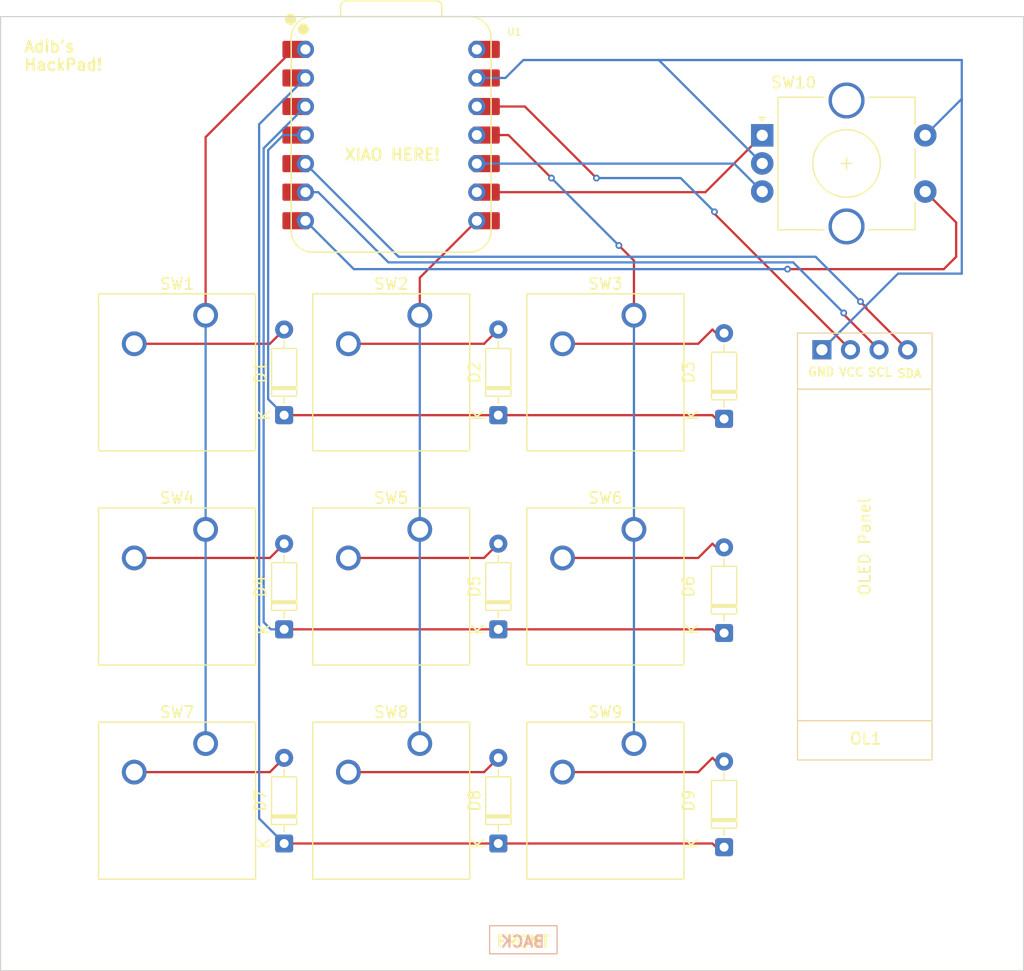
<source format=kicad_pcb>
(kicad_pcb (version 20241229) (generator "pcbnew") (generator_version "9.0")
  (layers (0 "F.Cu" signal) (2 "B.Cu" signal) (13 "F.Paste" user) (15 "B.Paste" user) (5 "F.SilkS" user "F.Silkscreen") (7 "B.SilkS" user "B.Silkscreen") (1 "F.Mask" user) (3 "B.Mask" user) (25 "Edge.Cuts" user))
  (net 0 "")
  (net 1 "Net-(D1-A)")
  (net 2 "Net-(D1-K)")
  (net 3 "Net-(D2-A)")
  (net 4 "Net-(D3-A)")
  (net 5 "Net-(D4-A)")
  (net 6 "Net-(D4-K)")
  (net 7 "Net-(D5-A)")
  (net 8 "Net-(D6-A)")
  (net 9 "Net-(D7-K)")
  (net 10 "Net-(D8-A)")
  (net 11 "Net-(D9-A)")
  (net 12 "Net-(U1-GPIO26{slash}ADC0{slash}A0)")
  (net 13 "Net-(U1-GPIO2{slash}SCK)")
  (net 14 "Net-(U1-GPIO3{slash}MOSI)")
  (net 15 "Net-(U1-GPIO4{slash}MISO)")
  (net 16 "Net-(OL1-SCL)")
  (net 17 "Net-(OL1-SDA)")
  (net 18 "Net-(D7-A)")
  (net 19 "Net-(U1-GPIO1{slash}RX)")
  (net 20 "Net-(U1-GPIO0{slash}TX)")
  (net 21 "Net-(OL1-VCC)")
  (net 22 "Net-(OL1-GND)")
  (footprint "Diode_THT:D_DO-35_SOD27_P7.62mm_Horizontal" (layer "F.Cu") (at 144.225 91.59 90)
    (property "Reference" "D1" (at 3.81 -2.12 90) (layer "F.SilkS"))
    (property "Value" "1N4148")
    (fp_line (start 2.53 -1.12) (end 2.53 1.12) (stroke (width 0.12)) (layer "F.SilkS"))
    (fp_line (start 2.41 -1.12) (end 2.41 1.12) (stroke (width 0.12)) (layer "F.SilkS"))
    (fp_line (start 2.29 -1.12) (end 2.29 1.12) (stroke (width 0.12)) (layer "F.SilkS"))
    (fp_line (start 6.58 0) (end 5.93 0) (stroke (width 0.12)) (layer "F.SilkS"))
    (fp_line (start 1.04 0) (end 1.69 0) (stroke (width 0.12)) (layer "F.SilkS"))
    (fp_rect (start 1.69 -1.12) (end 5.93 1.12) (stroke (width 0.12)) (fill no) (layer "F.SilkS"))
    (fp_text user "K" (at 0 -1.8 90) (layer "F.SilkS"))
    (pad "1" thru_hole roundrect (at 0 0 90) (size 1.6 1.6) (drill 0.8) (layers "*.Cu" "*.Mask") (roundrect_rratio 0.15625) (net 2 "Net-(D1-K)"))
    (pad "2" thru_hole circle (at 7.62 0 90) (size 1.6 1.6) (drill 0.8) (layers "*.Cu" "*.Mask") (net 1 "Net-(D1-A)"))
  )
  (footprint "Button_Switch_Keyboard:SW_Cherry_MX_1.00u_PCB" (layer "F.Cu") (at 137.24 120.8)
    (property "Reference" "SW7" (at -2.54 -2.794 0) (layer "F.SilkS"))
    (property "Value" "SW_Push")
    (fp_line (start -9.525 -1.905) (end 4.445 -1.905) (stroke (width 0.12)) (layer "F.SilkS"))
    (fp_line (start -9.525 12.065) (end -9.525 -1.905) (stroke (width 0.12)) (layer "F.SilkS"))
    (fp_line (start 4.445 -1.905) (end 4.445 12.065) (stroke (width 0.12)) (layer "F.SilkS"))
    (fp_line (start 4.445 12.065) (end -9.525 12.065) (stroke (width 0.12)) (layer "F.SilkS"))
    (pad "" np_thru_hole circle (at -7.62 5.08) (size 1.7 1.7) (drill 1.7) (layers "*.Cu" "*.Mask"))
    (pad "" np_thru_hole circle (at -2.54 5.08) (size 4 4) (drill 4) (layers "*.Cu" "*.Mask"))
    (pad "" np_thru_hole circle (at 2.54 5.08) (size 1.7 1.7) (drill 1.7) (layers "*.Cu" "*.Mask"))
    (pad "1" thru_hole circle (at 0 0) (size 2.2 2.2) (drill 1.5) (layers "*.Cu" "*.Mask") (net 12 "Net-(U1-GPIO26{slash}ADC0{slash}A0)"))
    (pad "2" thru_hole circle (at -6.35 2.54) (size 2.2 2.2) (drill 1.5) (layers "*.Cu" "*.Mask") (net 18 "Net-(D7-A)"))
  )
  (footprint "Button_Switch_Keyboard:SW_Cherry_MX_1.00u_PCB" (layer "F.Cu") (at 156.29 101.75)
    (property "Reference" "SW5" (at -2.54 -2.794 0) (layer "F.SilkS"))
    (property "Value" "SW_Push")
    (fp_line (start -9.525 -1.905) (end 4.445 -1.905) (stroke (width 0.12)) (layer "F.SilkS"))
    (fp_line (start -9.525 12.065) (end -9.525 -1.905) (stroke (width 0.12)) (layer "F.SilkS"))
    (fp_line (start 4.445 -1.905) (end 4.445 12.065) (stroke (width 0.12)) (layer "F.SilkS"))
    (fp_line (start 4.445 12.065) (end -9.525 12.065) (stroke (width 0.12)) (layer "F.SilkS"))
    (pad "" np_thru_hole circle (at -7.62 5.08) (size 1.7 1.7) (drill 1.7) (layers "*.Cu" "*.Mask"))
    (pad "" np_thru_hole circle (at -2.54 5.08) (size 4 4) (drill 4) (layers "*.Cu" "*.Mask"))
    (pad "" np_thru_hole circle (at 2.54 5.08) (size 1.7 1.7) (drill 1.7) (layers "*.Cu" "*.Mask"))
    (pad "1" thru_hole circle (at 0 0) (size 2.2 2.2) (drill 1.5) (layers "*.Cu" "*.Mask") (net 19 "Net-(U1-GPIO1{slash}RX)"))
    (pad "2" thru_hole circle (at -6.35 2.54) (size 2.2 2.2) (drill 1.5) (layers "*.Cu" "*.Mask") (net 7 "Net-(D5-A)"))
  )
  (footprint "Diode_THT:D_DO-35_SOD27_P7.62mm_Horizontal" (layer "F.Cu") (at 163.275 129.69 90)
    (property "Reference" "D8" (at 3.81 -2.12 90) (layer "F.SilkS"))
    (property "Value" "1N4148")
    (fp_line (start 2.53 -1.12) (end 2.53 1.12) (stroke (width 0.12)) (layer "F.SilkS"))
    (fp_line (start 2.41 -1.12) (end 2.41 1.12) (stroke (width 0.12)) (layer "F.SilkS"))
    (fp_line (start 2.29 -1.12) (end 2.29 1.12) (stroke (width 0.12)) (layer "F.SilkS"))
    (fp_line (start 6.58 0) (end 5.93 0) (stroke (width 0.12)) (layer "F.SilkS"))
    (fp_line (start 1.04 0) (end 1.69 0) (stroke (width 0.12)) (layer "F.SilkS"))
    (fp_rect (start 1.69 -1.12) (end 5.93 1.12) (stroke (width 0.12)) (fill no) (layer "F.SilkS"))
    (fp_text user "K" (at 0 -1.8 90) (layer "F.SilkS"))
    (pad "1" thru_hole roundrect (at 0 0 90) (size 1.6 1.6) (drill 0.8) (layers "*.Cu" "*.Mask") (roundrect_rratio 0.15625) (net 9 "Net-(D7-K)"))
    (pad "2" thru_hole circle (at 7.62 0 90) (size 1.6 1.6) (drill 0.8) (layers "*.Cu" "*.Mask") (net 10 "Net-(D8-A)"))
  )
  (footprint "Diode_THT:D_DO-35_SOD27_P7.62mm_Horizontal" (layer "F.Cu") (at 183.35625 130.01625 90)
    (property "Reference" "D9" (at 4.13625 -3.15125 90) (layer "F.SilkS"))
    (property "Value" "1N4148")
    (fp_line (start 2.53 -1.12) (end 2.53 1.12) (stroke (width 0.12)) (layer "F.SilkS"))
    (fp_line (start 2.41 -1.12) (end 2.41 1.12) (stroke (width 0.12)) (layer "F.SilkS"))
    (fp_line (start 2.29 -1.12) (end 2.29 1.12) (stroke (width 0.12)) (layer "F.SilkS"))
    (fp_line (start 6.58 0) (end 5.93 0) (stroke (width 0.12)) (layer "F.SilkS"))
    (fp_line (start 1.04 0) (end 1.69 0) (stroke (width 0.12)) (layer "F.SilkS"))
    (fp_rect (start 1.69 -1.12) (end 5.93 1.12) (stroke (width 0.12)) (fill no) (layer "F.SilkS"))
    (fp_text user "K" (at 0.32625 -2.83125 90) (layer "F.SilkS"))
    (pad "1" thru_hole roundrect (at 0 0 90) (size 1.6 1.6) (drill 0.8) (layers "*.Cu" "*.Mask") (roundrect_rratio 0.15625) (net 9 "Net-(D7-K)"))
    (pad "2" thru_hole circle (at 7.62 0 90) (size 1.6 1.6) (drill 0.8) (layers "*.Cu" "*.Mask") (net 11 "Net-(D9-A)"))
  )
  (footprint "Diode_THT:D_DO-35_SOD27_P7.62mm_Horizontal" (layer "F.Cu") (at 144.225 110.64 90)
    (property "Reference" "D4" (at 3.81 -2.12 90) (layer "F.SilkS"))
    (property "Value" "1N4148")
    (fp_line (start 2.53 -1.12) (end 2.53 1.12) (stroke (width 0.12)) (layer "F.SilkS"))
    (fp_line (start 2.41 -1.12) (end 2.41 1.12) (stroke (width 0.12)) (layer "F.SilkS"))
    (fp_line (start 2.29 -1.12) (end 2.29 1.12) (stroke (width 0.12)) (layer "F.SilkS"))
    (fp_line (start 6.58 0) (end 5.93 0) (stroke (width 0.12)) (layer "F.SilkS"))
    (fp_line (start 1.04 0) (end 1.69 0) (stroke (width 0.12)) (layer "F.SilkS"))
    (fp_rect (start 1.69 -1.12) (end 5.93 1.12) (stroke (width 0.12)) (fill no) (layer "F.SilkS"))
    (fp_text user "K" (at 0 -1.8 90) (layer "F.SilkS"))
    (pad "1" thru_hole roundrect (at 0 0 90) (size 1.6 1.6) (drill 0.8) (layers "*.Cu" "*.Mask") (roundrect_rratio 0.15625) (net 6 "Net-(D4-K)"))
    (pad "2" thru_hole circle (at 7.62 0 90) (size 1.6 1.6) (drill 0.8) (layers "*.Cu" "*.Mask") (net 5 "Net-(D4-A)"))
  )
  (footprint "Button_Switch_Keyboard:SW_Cherry_MX_1.00u_PCB" (layer "F.Cu") (at 156.29 120.8)
    (property "Reference" "SW8" (at -2.54 -2.794 0) (layer "F.SilkS"))
    (property "Value" "SW_Push")
    (fp_line (start -9.525 -1.905) (end 4.445 -1.905) (stroke (width 0.12)) (layer "F.SilkS"))
    (fp_line (start -9.525 12.065) (end -9.525 -1.905) (stroke (width 0.12)) (layer "F.SilkS"))
    (fp_line (start 4.445 -1.905) (end 4.445 12.065) (stroke (width 0.12)) (layer "F.SilkS"))
    (fp_line (start 4.445 12.065) (end -9.525 12.065) (stroke (width 0.12)) (layer "F.SilkS"))
    (pad "" np_thru_hole circle (at -7.62 5.08) (size 1.7 1.7) (drill 1.7) (layers "*.Cu" "*.Mask"))
    (pad "" np_thru_hole circle (at -2.54 5.08) (size 4 4) (drill 4) (layers "*.Cu" "*.Mask"))
    (pad "" np_thru_hole circle (at 2.54 5.08) (size 1.7 1.7) (drill 1.7) (layers "*.Cu" "*.Mask"))
    (pad "1" thru_hole circle (at 0 0) (size 2.2 2.2) (drill 1.5) (layers "*.Cu" "*.Mask") (net 19 "Net-(U1-GPIO1{slash}RX)"))
    (pad "2" thru_hole circle (at -6.35 2.54) (size 2.2 2.2) (drill 1.5) (layers "*.Cu" "*.Mask") (net 10 "Net-(D8-A)"))
  )
  (footprint "Button_Switch_Keyboard:SW_Cherry_MX_1.00u_PCB" (layer "F.Cu") (at 175.34 120.8)
    (property "Reference" "SW9" (at -2.54 -2.794 0) (layer "F.SilkS"))
    (property "Value" "SW_Push")
    (fp_line (start -9.525 -1.905) (end 4.445 -1.905) (stroke (width 0.12)) (layer "F.SilkS"))
    (fp_line (start -9.525 12.065) (end -9.525 -1.905) (stroke (width 0.12)) (layer "F.SilkS"))
    (fp_line (start 4.445 -1.905) (end 4.445 12.065) (stroke (width 0.12)) (layer "F.SilkS"))
    (fp_line (start 4.445 12.065) (end -9.525 12.065) (stroke (width 0.12)) (layer "F.SilkS"))
    (pad "" np_thru_hole circle (at -7.62 5.08) (size 1.7 1.7) (drill 1.7) (layers "*.Cu" "*.Mask"))
    (pad "" np_thru_hole circle (at -2.54 5.08) (size 4 4) (drill 4) (layers "*.Cu" "*.Mask"))
    (pad "" np_thru_hole circle (at 2.54 5.08) (size 1.7 1.7) (drill 1.7) (layers "*.Cu" "*.Mask"))
    (pad "1" thru_hole circle (at 0 0) (size 2.2 2.2) (drill 1.5) (layers "*.Cu" "*.Mask") (net 14 "Net-(U1-GPIO3{slash}MOSI)"))
    (pad "2" thru_hole circle (at -6.35 2.54) (size 2.2 2.2) (drill 1.5) (layers "*.Cu" "*.Mask") (net 11 "Net-(D9-A)"))
  )
  (footprint "Diode_THT:D_DO-35_SOD27_P7.62mm_Horizontal" (layer "F.Cu") (at 144.225 129.69 90)
    (property "Reference" "D7" (at 3.81 -2.12 90) (layer "F.SilkS"))
    (property "Value" "1N4148")
    (fp_line (start 2.53 -1.12) (end 2.53 1.12) (stroke (width 0.12)) (layer "F.SilkS"))
    (fp_line (start 2.41 -1.12) (end 2.41 1.12) (stroke (width 0.12)) (layer "F.SilkS"))
    (fp_line (start 2.29 -1.12) (end 2.29 1.12) (stroke (width 0.12)) (layer "F.SilkS"))
    (fp_line (start 6.58 0) (end 5.93 0) (stroke (width 0.12)) (layer "F.SilkS"))
    (fp_line (start 1.04 0) (end 1.69 0) (stroke (width 0.12)) (layer "F.SilkS"))
    (fp_rect (start 1.69 -1.12) (end 5.93 1.12) (stroke (width 0.12)) (fill no) (layer "F.SilkS"))
    (fp_text user "K" (at 0 -1.8 90) (layer "F.SilkS"))
    (pad "1" thru_hole roundrect (at 0 0 90) (size 1.6 1.6) (drill 0.8) (layers "*.Cu" "*.Mask") (roundrect_rratio 0.15625) (net 9 "Net-(D7-K)"))
    (pad "2" thru_hole circle (at 7.62 0 90) (size 1.6 1.6) (drill 0.8) (layers "*.Cu" "*.Mask") (net 18 "Net-(D7-A)"))
  )
  (footprint "Button_Switch_Keyboard:SW_Cherry_MX_1.00u_PCB" (layer "F.Cu") (at 175.34 101.75)
    (property "Reference" "SW6" (at -2.54 -2.794 0) (layer "F.SilkS"))
    (property "Value" "SW_Push")
    (fp_line (start -9.525 -1.905) (end 4.445 -1.905) (stroke (width 0.12)) (layer "F.SilkS"))
    (fp_line (start -9.525 12.065) (end -9.525 -1.905) (stroke (width 0.12)) (layer "F.SilkS"))
    (fp_line (start 4.445 -1.905) (end 4.445 12.065) (stroke (width 0.12)) (layer "F.SilkS"))
    (fp_line (start 4.445 12.065) (end -9.525 12.065) (stroke (width 0.12)) (layer "F.SilkS"))
    (pad "" np_thru_hole circle (at -7.62 5.08) (size 1.7 1.7) (drill 1.7) (layers "*.Cu" "*.Mask"))
    (pad "" np_thru_hole circle (at -2.54 5.08) (size 4 4) (drill 4) (layers "*.Cu" "*.Mask"))
    (pad "" np_thru_hole circle (at 2.54 5.08) (size 1.7 1.7) (drill 1.7) (layers "*.Cu" "*.Mask"))
    (pad "1" thru_hole circle (at 0 0) (size 2.2 2.2) (drill 1.5) (layers "*.Cu" "*.Mask") (net 14 "Net-(U1-GPIO3{slash}MOSI)"))
    (pad "2" thru_hole circle (at -6.35 2.54) (size 2.2 2.2) (drill 1.5) (layers "*.Cu" "*.Mask") (net 8 "Net-(D6-A)"))
  )
  (footprint "Button_Switch_Keyboard:SW_Cherry_MX_1.00u_PCB" (layer "F.Cu") (at 137.24 101.75)
    (property "Reference" "SW4" (at -2.54 -2.794 0) (layer "F.SilkS"))
    (property "Value" "SW_Push")
    (fp_line (start -9.525 -1.905) (end 4.445 -1.905) (stroke (width 0.12)) (layer "F.SilkS"))
    (fp_line (start -9.525 12.065) (end -9.525 -1.905) (stroke (width 0.12)) (layer "F.SilkS"))
    (fp_line (start 4.445 -1.905) (end 4.445 12.065) (stroke (width 0.12)) (layer "F.SilkS"))
    (fp_line (start 4.445 12.065) (end -9.525 12.065) (stroke (width 0.12)) (layer "F.SilkS"))
    (pad "" np_thru_hole circle (at -7.62 5.08) (size 1.7 1.7) (drill 1.7) (layers "*.Cu" "*.Mask"))
    (pad "" np_thru_hole circle (at -2.54 5.08) (size 4 4) (drill 4) (layers "*.Cu" "*.Mask"))
    (pad "" np_thru_hole circle (at 2.54 5.08) (size 1.7 1.7) (drill 1.7) (layers "*.Cu" "*.Mask"))
    (pad "1" thru_hole circle (at 0 0) (size 2.2 2.2) (drill 1.5) (layers "*.Cu" "*.Mask") (net 12 "Net-(U1-GPIO26{slash}ADC0{slash}A0)"))
    (pad "2" thru_hole circle (at -6.35 2.54) (size 2.2 2.2) (drill 1.5) (layers "*.Cu" "*.Mask") (net 5 "Net-(D4-A)"))
  )
  (footprint "Rotary_Encoder:RotaryEncoder_Alps_EC11E-Switch_Vertical_H20mm_CircularMountingHoles" (layer "F.Cu") (at 186.75 66.7)
    (property "Reference" "SW10" (at 2.8 -4.7 0) (layer "F.SilkS"))
    (property "Value" "RotaryEncoder_Switch")
    (fp_line (start -0.3 -1.6) (end 0.3 -1.6) (stroke (width 0.12)) (layer "F.SilkS"))
    (fp_line (start 0 -1.3) (end -0.3 -1.6) (stroke (width 0.12)) (layer "F.SilkS"))
    (fp_line (start 0.3 -1.6) (end 0 -1.3) (stroke (width 0.12)) (layer "F.SilkS"))
    (fp_line (start 1.4 -3.4) (end 1.4 8.4) (stroke (width 0.12)) (layer "F.SilkS"))
    (fp_line (start 5.5 -3.4) (end 1.4 -3.4) (stroke (width 0.12)) (layer "F.SilkS"))
    (fp_line (start 5.5 8.4) (end 1.4 8.4) (stroke (width 0.12)) (layer "F.SilkS"))
    (fp_line (start 7 2.5) (end 8 2.5) (stroke (width 0.12)) (layer "F.SilkS"))
    (fp_line (start 7.5 2) (end 7.5 3) (stroke (width 0.12)) (layer "F.SilkS"))
    (fp_line (start 9.5 -3.4) (end 13.6 -3.4) (stroke (width 0.12)) (layer "F.SilkS"))
    (fp_line (start 13.6 -3.4) (end 13.6 -1) (stroke (width 0.12)) (layer "F.SilkS"))
    (fp_line (start 13.6 1.2) (end 13.6 3.8) (stroke (width 0.12)) (layer "F.SilkS"))
    (fp_line (start 13.6 6) (end 13.6 8.4) (stroke (width 0.12)) (layer "F.SilkS"))
    (fp_line (start 13.6 8.4) (end 9.5 8.4) (stroke (width 0.12)) (layer "F.SilkS"))
    (fp_circle (center 7.5 2.5) (end 10.5 2.5) (stroke (width 0.12)) (fill no) (layer "F.SilkS"))
    (pad "A" thru_hole rect (at 0 0) (size 2 2) (drill 1) (layers "*.Cu" "*.Mask") (net 13 "Net-(U1-GPIO2{slash}SCK)"))
    (pad "B" thru_hole circle (at 0 5) (size 2 2) (drill 1) (layers "*.Cu" "*.Mask") (net 15 "Net-(U1-GPIO4{slash}MISO)"))
    (pad "C" thru_hole circle (at 0 2.5) (size 2 2) (drill 1) (layers "*.Cu" "*.Mask") (net 22 "Net-(OL1-GND)"))
    (pad "MP" thru_hole circle (at 7.5 -3.1) (size 3.2 3.2) (drill 2.6) (layers "*.Cu" "*.Mask"))
    (pad "MP" thru_hole circle (at 7.5 8.1) (size 3.2 3.2) (drill 2.6) (layers "*.Cu" "*.Mask"))
    (pad "S1" thru_hole circle (at 14.5 5) (size 2 2) (drill 1) (layers "*.Cu" "*.Mask") (net 20 "Net-(U1-GPIO0{slash}TX)"))
    (pad "S2" thru_hole circle (at 14.5 0) (size 2 2) (drill 1) (layers "*.Cu" "*.Mask") (net 22 "Net-(OL1-GND)"))
  )
  (footprint "HP:XIAO-RP2040-DIP" (layer "F.Cu") (at 153.74 66.675)
    (property "Reference" "U1" (at 10.96 -9.175 0) (layer "F.SilkS") (effects (font (size 0.635 0.635) (thickness 0.1016))))
    (property "Value" "XIAO-RP2040-DIP")
    (fp_line (start -8.89 8.509) (end -8.89 -8.636) (stroke (width 0.127)) (layer "F.SilkS"))
    (fp_line (start -6.985 10.414) (end 6.985 10.414) (stroke (width 0.127)) (layer "F.SilkS"))
    (fp_line (start -4.495 -10.541) (end -4.491272 -11.451272) (stroke (width 0.127)) (layer "F.SilkS"))
    (fp_line (start -3.991272 -11.951) (end 4.004 -11.951) (stroke (width 0.127)) (layer "F.SilkS"))
    (fp_line (start 4.504 -11.451) (end 4.504 -10.541) (stroke (width 0.127)) (layer "F.SilkS"))
    (fp_line (start 6.985 -10.541) (end -6.985 -10.541) (stroke (width 0.1)) (layer "F.SilkS"))
    (fp_line (start 6.985 -10.541) (end -6.985 -10.541) (stroke (width 0.127)) (layer "F.SilkS"))
    (fp_line (start 8.89 8.509) (end 8.89 -8.636) (stroke (width 0.127)) (layer "F.SilkS"))
    (fp_arc (start -8.89 -8.636) (mid -8.332038 -9.983038) (end -6.985 -10.541) (stroke (width 0.127)) (layer "F.SilkS"))
    (fp_arc (start -6.985 10.414) (mid -8.332038 9.856038) (end -8.89 8.509) (stroke (width 0.127)) (layer "F.SilkS"))
    (fp_arc (start -4.491272 -11.451272) (mid -4.344728 -11.80464) (end -3.991272 -11.951) (stroke (width 0.127)) (layer "F.SilkS"))
    (fp_arc (start 4.004 -11.951) (mid 4.357553 -11.804553) (end 4.504 -11.451) (stroke (width 0.127)) (layer "F.SilkS"))
    (fp_arc (start 6.985 -10.541) (mid 8.332038 -9.983038) (end 8.89 -8.636) (stroke (width 0.127)) (layer "F.SilkS"))
    (fp_arc (start 8.89 8.509) (mid 8.332038 9.856038) (end 6.985 10.414) (stroke (width 0.127)) (layer "F.SilkS"))
    (fp_circle (center -8.95 -10.3) (end -8.95 -10.554) (stroke (width 0.5)) (fill yes) (layer "F.SilkS"))
    (fp_circle (center -7.807 -9.42) (end -7.807 -9.674) (stroke (width 0.5)) (fill yes) (layer "F.SilkS"))
    (pad "1" smd roundrect (at -8.455 -7.62 180) (size 2.432 1.524) (layers "F.Cu" "F.Mask") (roundrect_rratio 0.1) (net 12 "Net-(U1-GPIO26{slash}ADC0{slash}A0)"))
    (pad "1" thru_hole circle (at -7.62 -7.62 180) (size 1.524 1.524) (drill 0.889) (layers "*.Cu" "*.Mask") (net 12 "Net-(U1-GPIO26{slash}ADC0{slash}A0)"))
    (pad "2" smd roundrect (at -8.455 -5.08 180) (size 2.432 1.524) (layers "F.Cu" "F.Mask") (roundrect_rratio 0.1) (net 9 "Net-(D7-K)"))
    (pad "2" thru_hole circle (at -7.62 -5.08 180) (size 1.524 1.524) (drill 0.889) (layers "*.Cu" "*.Mask") (net 9 "Net-(D7-K)"))
    (pad "3" smd roundrect (at -8.455 -2.54 180) (size 2.432 1.524) (layers "F.Cu" "F.Mask") (roundrect_rratio 0.1) (net 6 "Net-(D4-K)"))
    (pad "3" thru_hole circle (at -7.62 -2.54 180) (size 1.524 1.524) (drill 0.889) (layers "*.Cu" "*.Mask") (net 6 "Net-(D4-K)"))
    (pad "4" smd roundrect (at -8.455 0 180) (size 2.432 1.524) (layers "F.Cu" "F.Mask") (roundrect_rratio 0.1) (net 2 "Net-(D1-K)"))
    (pad "4" thru_hole circle (at -7.62 0 180) (size 1.524 1.524) (drill 0.889) (layers "*.Cu" "*.Mask") (net 2 "Net-(D1-K)"))
    (pad "5" smd roundrect (at -8.455 2.54 180) (size 2.432 1.524) (layers "F.Cu" "F.Mask") (roundrect_rratio 0.1) (net 17 "Net-(OL1-SDA)"))
    (pad "5" thru_hole circle (at -7.62 2.54 180) (size 1.524 1.524) (drill 0.889) (layers "*.Cu" "*.Mask") (net 17 "Net-(OL1-SDA)"))
    (pad "6" smd roundrect (at -8.455 5.08 180) (size 2.432 1.524) (layers "F.Cu" "F.Mask") (roundrect_rratio 0.1) (net 16 "Net-(OL1-SCL)"))
    (pad "6" thru_hole circle (at -7.62 5.08 180) (size 1.524 1.524) (drill 0.889) (layers "*.Cu" "*.Mask") (net 16 "Net-(OL1-SCL)"))
    (pad "7" smd roundrect (at -8.455 7.62 180) (size 2.432 1.524) (layers "F.Cu" "F.Mask") (roundrect_rratio 0.1) (net 20 "Net-(U1-GPIO0{slash}TX)"))
    (pad "7" thru_hole circle (at -7.62 7.62 180) (size 1.524 1.524) (drill 0.889) (layers "*.Cu" "*.Mask") (net 20 "Net-(U1-GPIO0{slash}TX)"))
    (pad "8" thru_hole circle (at 7.62 7.62) (size 1.524 1.524) (drill 0.889) (layers "*.Cu" "*.Mask") (net 19 "Net-(U1-GPIO1{slash}RX)"))
    (pad "8" smd roundrect (at 8.455 7.62) (size 2.432 1.524) (layers "F.Cu" "F.Mask") (roundrect_rratio 0.1) (net 19 "Net-(U1-GPIO1{slash}RX)"))
    (pad "9" thru_hole circle (at 7.62 5.08) (size 1.524 1.524) (drill 0.889) (layers "*.Cu" "*.Mask") (net 13 "Net-(U1-GPIO2{slash}SCK)"))
    (pad "9" smd roundrect (at 8.455 5.08) (size 2.432 1.524) (layers "F.Cu" "F.Mask") (roundrect_rratio 0.1) (net 13 "Net-(U1-GPIO2{slash}SCK)"))
    (pad "10" thru_hole circle (at 7.62 2.54) (size 1.524 1.524) (drill 0.889) (layers "*.Cu" "*.Mask") (net 15 "Net-(U1-GPIO4{slash}MISO)"))
    (pad "10" smd roundrect (at 8.455 2.54) (size 2.432 1.524) (layers "F.Cu" "F.Mask") (roundrect_rratio 0.1) (net 15 "Net-(U1-GPIO4{slash}MISO)"))
    (pad "11" thru_hole circle (at 7.62 0) (size 1.524 1.524) (drill 0.889) (layers "*.Cu" "*.Mask") (net 14 "Net-(U1-GPIO3{slash}MOSI)"))
    (pad "11" smd roundrect (at 8.455 0) (size 2.432 1.524) (layers "F.Cu" "F.Mask") (roundrect_rratio 0.1) (net 14 "Net-(U1-GPIO3{slash}MOSI)"))
    (pad "12" thru_hole circle (at 7.62 -2.54) (size 1.524 1.524) (drill 0.889) (layers "*.Cu" "*.Mask") (net 21 "Net-(OL1-VCC)"))
    (pad "12" smd roundrect (at 8.455 -2.54) (size 2.432 1.524) (layers "F.Cu" "F.Mask") (roundrect_rratio 0.1) (net 21 "Net-(OL1-VCC)"))
    (pad "13" thru_hole circle (at 7.62 -5.08) (size 1.524 1.524) (drill 0.889) (layers "*.Cu" "*.Mask") (net 22 "Net-(OL1-GND)"))
    (pad "13" smd roundrect (at 8.455 -5.08) (size 2.432 1.524) (layers "F.Cu" "F.Mask") (roundrect_rratio 0.1) (net 22 "Net-(OL1-GND)"))
    (pad "14" thru_hole circle (at 7.62 -7.62) (size 1.524 1.524) (drill 0.889) (layers "*.Cu" "*.Mask"))
    (pad "14" smd roundrect (at 8.455 -7.62) (size 2.432 1.524) (layers "F.Cu" "F.Mask") (roundrect_rratio 0.1))
  )
  (footprint "Button_Switch_Keyboard:SW_Cherry_MX_1.00u_PCB" (layer "F.Cu") (at 175.34 82.7)
    (property "Reference" "SW3" (at -2.54 -2.794 0) (layer "F.SilkS"))
    (property "Value" "SW_Push")
    (fp_line (start -9.525 -1.905) (end 4.445 -1.905) (stroke (width 0.12)) (layer "F.SilkS"))
    (fp_line (start -9.525 12.065) (end -9.525 -1.905) (stroke (width 0.12)) (layer "F.SilkS"))
    (fp_line (start 4.445 -1.905) (end 4.445 12.065) (stroke (width 0.12)) (layer "F.SilkS"))
    (fp_line (start 4.445 12.065) (end -9.525 12.065) (stroke (width 0.12)) (layer "F.SilkS"))
    (pad "" np_thru_hole circle (at -7.62 5.08) (size 1.7 1.7) (drill 1.7) (layers "*.Cu" "*.Mask"))
    (pad "" np_thru_hole circle (at -2.54 5.08) (size 4 4) (drill 4) (layers "*.Cu" "*.Mask"))
    (pad "" np_thru_hole circle (at 2.54 5.08) (size 1.7 1.7) (drill 1.7) (layers "*.Cu" "*.Mask"))
    (pad "1" thru_hole circle (at 0 0) (size 2.2 2.2) (drill 1.5) (layers "*.Cu" "*.Mask") (net 14 "Net-(U1-GPIO3{slash}MOSI)"))
    (pad "2" thru_hole circle (at -6.35 2.54) (size 2.2 2.2) (drill 1.5) (layers "*.Cu" "*.Mask") (net 4 "Net-(D3-A)"))
  )
  (footprint "Button_Switch_Keyboard:SW_Cherry_MX_1.00u_PCB" (layer "F.Cu") (at 137.24 82.7)
    (property "Reference" "SW1" (at -2.54 -2.794 0) (layer "F.SilkS"))
    (property "Value" "SW_Push")
    (fp_line (start -9.525 -1.905) (end 4.445 -1.905) (stroke (width 0.12)) (layer "F.SilkS"))
    (fp_line (start -9.525 12.065) (end -9.525 -1.905) (stroke (width 0.12)) (layer "F.SilkS"))
    (fp_line (start 4.445 -1.905) (end 4.445 12.065) (stroke (width 0.12)) (layer "F.SilkS"))
    (fp_line (start 4.445 12.065) (end -9.525 12.065) (stroke (width 0.12)) (layer "F.SilkS"))
    (pad "" np_thru_hole circle (at -7.62 5.08) (size 1.7 1.7) (drill 1.7) (layers "*.Cu" "*.Mask"))
    (pad "" np_thru_hole circle (at -2.54 5.08) (size 4 4) (drill 4) (layers "*.Cu" "*.Mask"))
    (pad "" np_thru_hole circle (at 2.54 5.08) (size 1.7 1.7) (drill 1.7) (layers "*.Cu" "*.Mask"))
    (pad "1" thru_hole circle (at 0 0) (size 2.2 2.2) (drill 1.5) (layers "*.Cu" "*.Mask") (net 12 "Net-(U1-GPIO26{slash}ADC0{slash}A0)"))
    (pad "2" thru_hole circle (at -6.35 2.54) (size 2.2 2.2) (drill 1.5) (layers "*.Cu" "*.Mask") (net 1 "Net-(D1-A)"))
  )
  (footprint "Diode_THT:D_DO-35_SOD27_P7.62mm_Horizontal" (layer "F.Cu") (at 163.275 110.64 90)
    (property "Reference" "D5" (at 3.81 -2.12 90) (layer "F.SilkS"))
    (property "Value" "1N4148")
    (fp_line (start 2.53 -1.12) (end 2.53 1.12) (stroke (width 0.12)) (layer "F.SilkS"))
    (fp_line (start 2.41 -1.12) (end 2.41 1.12) (stroke (width 0.12)) (layer "F.SilkS"))
    (fp_line (start 2.29 -1.12) (end 2.29 1.12) (stroke (width 0.12)) (layer "F.SilkS"))
    (fp_line (start 6.58 0) (end 5.93 0) (stroke (width 0.12)) (layer "F.SilkS"))
    (fp_line (start 1.04 0) (end 1.69 0) (stroke (width 0.12)) (layer "F.SilkS"))
    (fp_rect (start 1.69 -1.12) (end 5.93 1.12) (stroke (width 0.12)) (fill no) (layer "F.SilkS"))
    (fp_text user "K" (at 0 -1.8 90) (layer "F.SilkS"))
    (pad "1" thru_hole roundrect (at 0 0 90) (size 1.6 1.6) (drill 0.8) (layers "*.Cu" "*.Mask") (roundrect_rratio 0.15625) (net 6 "Net-(D4-K)"))
    (pad "2" thru_hole circle (at 7.62 0 90) (size 1.6 1.6) (drill 0.8) (layers "*.Cu" "*.Mask") (net 7 "Net-(D5-A)"))
  )
  (footprint "Button_Switch_Keyboard:SW_Cherry_MX_1.00u_PCB" (layer "F.Cu") (at 156.29 82.7)
    (property "Reference" "SW2" (at -2.54 -2.794 0) (layer "F.SilkS"))
    (property "Value" "SW_Push")
    (fp_line (start -9.525 -1.905) (end 4.445 -1.905) (stroke (width 0.12)) (layer "F.SilkS"))
    (fp_line (start -9.525 12.065) (end -9.525 -1.905) (stroke (width 0.12)) (layer "F.SilkS"))
    (fp_line (start 4.445 -1.905) (end 4.445 12.065) (stroke (width 0.12)) (layer "F.SilkS"))
    (fp_line (start 4.445 12.065) (end -9.525 12.065) (stroke (width 0.12)) (layer "F.SilkS"))
    (pad "" np_thru_hole circle (at -7.62 5.08) (size 1.7 1.7) (drill 1.7) (layers "*.Cu" "*.Mask"))
    (pad "" np_thru_hole circle (at -2.54 5.08) (size 4 4) (drill 4) (layers "*.Cu" "*.Mask"))
    (pad "" np_thru_hole circle (at 2.54 5.08) (size 1.7 1.7) (drill 1.7) (layers "*.Cu" "*.Mask"))
    (pad "1" thru_hole circle (at 0 0) (size 2.2 2.2) (drill 1.5) (layers "*.Cu" "*.Mask") (net 19 "Net-(U1-GPIO1{slash}RX)"))
    (pad "2" thru_hole circle (at -6.35 2.54) (size 2.2 2.2) (drill 1.5) (layers "*.Cu" "*.Mask") (net 3 "Net-(D2-A)"))
  )
  (footprint "Diode_THT:D_DO-35_SOD27_P7.62mm_Horizontal" (layer "F.Cu") (at 183.35625 110.96625 90)
    (property "Reference" "D6" (at 4.13625 -3.15125 90) (layer "F.SilkS"))
    (property "Value" "1N4148")
    (fp_line (start 2.53 -1.12) (end 2.53 1.12) (stroke (width 0.12)) (layer "F.SilkS"))
    (fp_line (start 2.41 -1.12) (end 2.41 1.12) (stroke (width 0.12)) (layer "F.SilkS"))
    (fp_line (start 2.29 -1.12) (end 2.29 1.12) (stroke (width 0.12)) (layer "F.SilkS"))
    (fp_line (start 6.58 0) (end 5.93 0) (stroke (width 0.12)) (layer "F.SilkS"))
    (fp_line (start 1.04 0) (end 1.69 0) (stroke (width 0.12)) (layer "F.SilkS"))
    (fp_rect (start 1.69 -1.12) (end 5.93 1.12) (stroke (width 0.12)) (fill no) (layer "F.SilkS"))
    (fp_text user "K" (at 0.32625 -2.83125 90) (layer "F.SilkS"))
    (pad "1" thru_hole roundrect (at 0 0 90) (size 1.6 1.6) (drill 0.8) (layers "*.Cu" "*.Mask") (roundrect_rratio 0.15625) (net 6 "Net-(D4-K)"))
    (pad "2" thru_hole circle (at 7.62 0 90) (size 1.6 1.6) (drill 0.8) (layers "*.Cu" "*.Mask") (net 8 "Net-(D6-A)"))
  )
  (footprint "Diode_THT:D_DO-35_SOD27_P7.62mm_Horizontal" (layer "F.Cu") (at 183.35625 91.91625 90)
    (property "Reference" "D3" (at 4.13625 -3.15125 90) (layer "F.SilkS"))
    (property "Value" "1N4148")
    (fp_line (start 2.53 -1.12) (end 2.53 1.12) (stroke (width 0.12)) (layer "F.SilkS"))
    (fp_line (start 2.41 -1.12) (end 2.41 1.12) (stroke (width 0.12)) (layer "F.SilkS"))
    (fp_line (start 2.29 -1.12) (end 2.29 1.12) (stroke (width 0.12)) (layer "F.SilkS"))
    (fp_line (start 6.58 0) (end 5.93 0) (stroke (width 0.12)) (layer "F.SilkS"))
    (fp_line (start 1.04 0) (end 1.69 0) (stroke (width 0.12)) (layer "F.SilkS"))
    (fp_rect (start 1.69 -1.12) (end 5.93 1.12) (stroke (width 0.12)) (fill no) (layer "F.SilkS"))
    (fp_text user "K" (at 0.32625 -2.83125 90) (layer "F.SilkS"))
    (pad "1" thru_hole roundrect (at 0 0 90) (size 1.6 1.6) (drill 0.8) (layers "*.Cu" "*.Mask") (roundrect_rratio 0.15625) (net 2 "Net-(D1-K)"))
    (pad "2" thru_hole circle (at 7.62 0 90) (size 1.6 1.6) (drill 0.8) (layers "*.Cu" "*.Mask") (net 4 "Net-(D3-A)"))
  )
  (footprint "Diode_THT:D_DO-35_SOD27_P7.62mm_Horizontal" (layer "F.Cu") (at 163.275 91.59 90)
    (property "Reference" "D2" (at 3.81 -2.12 90) (layer "F.SilkS"))
    (property "Value" "1N4148")
    (fp_line (start 2.53 -1.12) (end 2.53 1.12) (stroke (width 0.12)) (layer "F.SilkS"))
    (fp_line (start 2.41 -1.12) (end 2.41 1.12) (stroke (width 0.12)) (layer "F.SilkS"))
    (fp_line (start 2.29 -1.12) (end 2.29 1.12) (stroke (width 0.12)) (layer "F.SilkS"))
    (fp_line (start 6.58 0) (end 5.93 0) (stroke (width 0.12)) (layer "F.SilkS"))
    (fp_line (start 1.04 0) (end 1.69 0) (stroke (width 0.12)) (layer "F.SilkS"))
    (fp_rect (start 1.69 -1.12) (end 5.93 1.12) (stroke (width 0.12)) (fill no) (layer "F.SilkS"))
    (fp_text user "K" (at 0 -1.8 90) (layer "F.SilkS"))
    (pad "1" thru_hole roundrect (at 0 0 90) (size 1.6 1.6) (drill 0.8) (layers "*.Cu" "*.Mask") (roundrect_rratio 0.15625) (net 2 "Net-(D1-K)"))
    (pad "2" thru_hole circle (at 7.62 0 90) (size 1.6 1.6) (drill 0.8) (layers "*.Cu" "*.Mask") (net 3 "Net-(D2-A)"))
  )
  (footprint "HP3:SSD1306-0.91-OLED-4pin-128x32" (layer "B.Cu") (at 201.87 122.27 90)
    (property "Reference" "OL1" (at 1.9 -5.91 -0) (layer "F.SilkS"))
    (property "Value" "OLED")
    (fp_line (start 38 -12) (end 38 0) (stroke (width 0.04)) (layer "B.SilkS"))
    (fp_line (start 0 -12) (end 38 -12) (stroke (width 0.04)) (layer "B.SilkS"))
    (fp_line (start 38 0) (end 0 0) (stroke (width 0.04)) (layer "B.SilkS"))
    (fp_line (start 33 0) (end 33 -12) (stroke (width 0.04)) (layer "B.SilkS"))
    (fp_line (start 3.5 0) (end 3.5 -12) (stroke (width 0.04)) (layer "B.SilkS"))
    (fp_line (start 0 0) (end 0 -12) (stroke (width 0.04)) (layer "B.SilkS"))
    (fp_text user "OLED Panel" (at 19 -6 -90) (layer "F.SilkS"))
    (fp_text user "SDA" (at 34.384 -2.033 -0) (layer "F.SilkS") (effects (font (size 0.75 0.75))))
    (fp_text user "SCL" (at 34.501 -4.666 -0) (layer "F.SilkS") (effects (font (size 0.75 0.75))))
    (fp_text user "VCC" (at 34.515 -7.187 -0) (layer "F.SilkS") (effects (font (size 0.75 0.75))))
    (fp_text user "GND" (at 34.53 -9.871 -0) (layer "F.SilkS") (effects (font (size 0.75 0.75))))
    (pad "1" thru_hole circle (at 36.5 -2.19 90) (size 1.7 1.7) (drill 1) (layers "*.Cu" "*.Mask") (net 17 "Net-(OL1-SDA)"))
    (pad "2" thru_hole oval (at 36.5 -4.73 90) (size 1.7 1.7) (drill 1) (layers "*.Cu" "*.Mask") (net 16 "Net-(OL1-SCL)"))
    (pad "3" thru_hole oval (at 36.5 -7.27 90) (size 1.7 1.7) (drill 1) (layers "*.Cu" "*.Mask") (net 21 "Net-(OL1-VCC)"))
    (pad "4" thru_hole rect (at 36.5 -9.81 90) (size 1.7 1.7) (drill 1) (layers "*.Cu" "*.Mask") (net 22 "Net-(OL1-GND)"))
  )
  (gr_line (start 201.83 89.28) (end 189.9 89.28) (stroke (width 0.1)) (layer "F.SilkS"))
  (gr_rect (start 162.5 137) (end 168.5 139.5) (stroke (width 0.1)) (fill no) (layer "F.SilkS"))
  (gr_rect (start 189.9 84.3) (end 201.84 122.25) (stroke (width 0.1)) (fill no) (layer "F.SilkS"))
  (gr_line (start 189.96 118.78) (end 201.8 118.78) (stroke (width 0.1)) (layer "F.SilkS"))
  (gr_line (start 189.9 89.28) (end 201.83 89.28) (stroke (width 0.1)) (layer "F.SilkS"))
  (gr_line (start 201.8 118.78) (end 189.96 118.78) (stroke (width 0.1)) (layer "F.SilkS"))
  (gr_rect (start 162.5 137) (end 168.5 139.5) (stroke (width 0.1)) (fill no) (layer "B.SilkS"))
  (gr_rect (start 119 56.134) (end 210 141) (stroke (width 0.1)) (fill no) (layer "Edge.Cuts"))
  (gr_text "Adib's\nHackPad!" (at 121 61 0) (layer "F.SilkS") (effects (font (size 1 1) (thickness 0.2) (bold yes)) (justify left bottom)))
  (gr_text "XIAO HERE!" (at 149.5 69 0) (layer "F.SilkS") (effects (font (size 1 1) (thickness 0.2) (bold yes)) (justify left bottom)))
  (gr_text "FRONT" (at 163 139 0) (layer "F.SilkS") (effects (font (size 1 1) (thickness 0.2) (bold yes)) (justify left bottom)))
  (gr_text "BACK" (at 167.5 139 0) (layer "B.SilkS") (effects (font (size 1 1) (thickness 0.2) (bold yes)) (justify left bottom mirror)))
  (segment (start 142.955 85.24) (end 144.225 83.97) (width 0.2) (layer "F.Cu") (net 1))
  (segment (start 130.89 85.24) (end 142.955 85.24) (width 0.2) (layer "F.Cu") (net 1))
  (segment (start 182.65125 91.91625) (end 182.325 91.59) (width 0.2) (layer "F.Cu") (net 2))
  (segment (start 144.225 91.59) (end 163.275 91.59) (width 0.2) (layer "F.Cu") (net 2))
  (segment (start 183.35625 91.91625) (end 182.65125 91.91625) (width 0.2) (layer "F.Cu") (net 2))
  (segment (start 163.275 91.59) (end 182.325 91.59) (width 0.2) (layer "F.Cu") (net 2))
  (segment (start 142.802 68.0201) (end 142.802 90.167) (width 0.2) (layer "B.Cu") (net 2))
  (segment (start 142.802 90.167) (end 144.225 91.59) (width 0.2) (layer "B.Cu") (net 2))
  (segment (start 144.1471 66.675) (end 142.802 68.0201) (width 0.2) (layer "B.Cu") (net 2))
  (segment (start 146.12 66.675) (end 144.1471 66.675) (width 0.2) (layer "B.Cu") (net 2))
  (segment (start 149.94 85.24) (end 162.005 85.24) (width 0.2) (layer "F.Cu") (net 3))
  (segment (start 162.005 85.24) (end 163.275 83.97) (width 0.2) (layer "F.Cu") (net 3))
  (segment (start 181.055 85.24) (end 182.325 83.97) (width 0.2) (layer "F.Cu") (net 4))
  (segment (start 182.65125 84.29625) (end 182.325 83.97) (width 0.2) (layer "F.Cu") (net 4))
  (segment (start 168.99 85.24) (end 181.055 85.24) (width 0.2) (layer "F.Cu") (net 4))
  (segment (start 183.35625 84.29625) (end 182.65125 84.29625) (width 0.2) (layer "F.Cu") (net 4))
  (segment (start 142.955 104.29) (end 144.225 103.02) (width 0.2) (layer "F.Cu") (net 5))
  (segment (start 130.89 104.29) (end 142.955 104.29) (width 0.2) (layer "F.Cu") (net 5))
  (segment (start 183.35625 110.96625) (end 182.65125 110.96625) (width 0.2) (layer "F.Cu") (net 6))
  (segment (start 163.275 110.64) (end 182.325 110.64) (width 0.2) (layer "F.Cu") (net 6))
  (segment (start 144.225 110.64) (end 163.275 110.64) (width 0.2) (layer "F.Cu") (net 6))
  (segment (start 182.65125 110.96625) (end 182.325 110.64) (width 0.2) (layer "F.Cu") (net 6))
  (segment (start 143.041 110.64) (end 144.225 110.64) (width 0.2) (layer "B.Cu") (net 6))
  (segment (start 146.12 64.135) (end 142.401 67.854) (width 0.2) (layer "B.Cu") (net 6))
  (segment (start 142.401 67.854) (end 142.401 110) (width 0.2) (layer "B.Cu") (net 6))
  (segment (start 142.401 110) (end 143.041 110.64) (width 0.2) (layer "B.Cu") (net 6))
  (segment (start 149.94 104.29) (end 162.005 104.29) (width 0.2) (layer "F.Cu") (net 7))
  (segment (start 162.005 104.29) (end 163.275 103.02) (width 0.2) (layer "F.Cu") (net 7))
  (segment (start 168.99 104.29) (end 181.055 104.29) (width 0.2) (layer "F.Cu") (net 8))
  (segment (start 182.65125 103.34625) (end 182.325 103.02) (width 0.2) (layer "F.Cu") (net 8))
  (segment (start 181.055 104.29) (end 182.325 103.02) (width 0.2) (layer "F.Cu") (net 8))
  (segment (start 183.35625 103.34625) (end 182.65125 103.34625) (width 0.2) (layer "F.Cu") (net 8))
  (segment (start 144.225 129.69) (end 163.275 129.69) (width 0.2) (layer "F.Cu") (net 9))
  (segment (start 164 129.69) (end 182.325 129.69) (width 0.2) (layer "F.Cu") (net 9))
  (segment (start 183.35625 130.01625) (end 182.65125 130.01625) (width 0.2) (layer "F.Cu") (net 9))
  (segment (start 182.65125 130.01625) (end 182.325 129.69) (width 0.2) (layer "F.Cu") (net 9))
  (segment (start 146.12 61.595) (end 142 65.715) (width 0.2) (layer "B.Cu") (net 9))
  (segment (start 142 127.465) (end 144.225 129.69) (width 0.2) (layer "B.Cu") (net 9))
  (segment (start 142 65.715) (end 142 127.465) (width 0.2) (layer "B.Cu") (net 9))
  (segment (start 162.005 123.34) (end 163.275 122.07) (width 0.2) (layer "F.Cu") (net 10))
  (segment (start 149.94 123.34) (end 162.005 123.34) (width 0.2) (layer "F.Cu") (net 10))
  (segment (start 181.055 123.34) (end 182.325 122.07) (width 0.2) (layer "F.Cu") (net 11))
  (segment (start 182.65125 122.39625) (end 182.325 122.07) (width 0.2) (layer "F.Cu") (net 11))
  (segment (start 168.99 123.34) (end 181.055 123.34) (width 0.2) (layer "F.Cu") (net 11))
  (segment (start 183.35625 122.39625) (end 182.65125 122.39625) (width 0.2) (layer "F.Cu") (net 11))
  (segment (start 137.24 82.7) (end 137.24 66.85737) (width 0.2) (layer "F.Cu") (net 12))
  (segment (start 137.24 66.85737) (end 145.04237 59.055) (width 0.2) (layer "F.Cu") (net 12))
  (segment (start 145.04237 59.055) (end 146.12 59.055) (width 0.2) (layer "F.Cu") (net 12))
  (segment (start 137.24 120.8) (end 137.24 101.75) (width 0.2) (layer "B.Cu") (net 12))
  (segment (start 137.24 82.7) (end 137.24 101.75) (width 0.2) (layer "B.Cu") (net 12))
  (segment (start 181.695 71.755) (end 161.36 71.755) (width 0.2) (layer "F.Cu") (net 13))
  (segment (start 186.75 66.7) (end 181.695 71.755) (width 0.2) (layer "F.Cu") (net 13))
  (segment (start 162.195 71.755) (end 161.36 71.755) (width 0.2) (layer "F.Cu") (net 13))
  (segment (start 164.175 66.675) (end 168 70.5) (width 0.2) (layer "F.Cu") (net 14))
  (segment (start 175.34 77.84) (end 175.34 82.7) (width 0.2) (layer "F.Cu") (net 14))
  (segment (start 174 76.5) (end 175.34 77.84) (width 0.2) (layer "F.Cu") (net 14))
  (segment (start 161.36 66.675) (end 164.175 66.675) (width 0.2) (layer "F.Cu") (net 14))
  (via (at 174 76.5) (size 0.6) (drill 0.3) (layers "F.Cu" "B.Cu") (net 14))
  (via (at 168 70.5) (size 0.6) (drill 0.3) (layers "F.Cu" "B.Cu") (net 14))
  (segment (start 168 70.5) (end 174 76.5) (width 0.2) (layer "B.Cu") (net 14))
  (segment (start 175.34 82.7) (end 175.34 101.75) (width 0.2) (layer "B.Cu") (net 14))
  (segment (start 175.34 120.8) (end 175.34 101.75) (width 0.2) (layer "B.Cu") (net 14))
  (segment (start 184.265 69.215) (end 186.75 71.7) (width 0.2) (layer "B.Cu") (net 15))
  (segment (start 161.36 69.215) (end 184.265 69.215) (width 0.2) (layer "B.Cu") (net 15))
  (segment (start 194 82.5) (end 194 82.63) (width 0.2) (layer "F.Cu") (net 16))
  (segment (start 194 82.63) (end 197.14 85.77) (width 0.2) (layer "F.Cu") (net 16))
  (via (at 194 82.5) (size 0.6) (drill 0.3) (layers "F.Cu" "B.Cu") (net 16))
  (segment (start 189.5 78) (end 194 82.5) (width 0.2) (layer "B.Cu") (net 16))
  (segment (start 146.12 71.755) (end 147.255 71.755) (width 0.2) (layer "B.Cu") (net 16))
  (segment (start 147.255 71.755) (end 153.5 78) (width 0.2) (layer "B.Cu") (net 16))
  (segment (start 153.5 78) (end 189.5 78) (width 0.2) (layer "B.Cu") (net 16))
  (segment (start 196 82) (end 196 82.09) (width 0.2) (layer "F.Cu") (net 17))
  (segment (start 196 82.09) (end 199.68 85.77) (width 0.2) (layer "F.Cu") (net 17))
  (segment (start 195.490735 81.490735) (end 196 82) (width 0.2) (layer "F.Cu") (net 17))
  (via (at 195.490735 81.490735) (size 0.6) (drill 0.3) (layers "F.Cu" "B.Cu") (net 17))
  (segment (start 191.5 77.5) (end 195.490735 81.490735) (width 0.2) (layer "B.Cu") (net 17))
  (segment (start 154.5 77.5) (end 191.5 77.5) (width 0.2) (layer "B.Cu") (net 17))
  (segment (start 154.405 77.5) (end 154.5 77.5) (width 0.2) (layer "B.Cu") (net 17))
  (segment (start 146.12 69.215) (end 154.405 77.5) (width 0.2) (layer "B.Cu") (net 17))
  (segment (start 142.955 123.34) (end 144.225 122.07) (width 0.2) (layer "F.Cu") (net 18))
  (segment (start 130.89 123.34) (end 142.955 123.34) (width 0.2) (layer "F.Cu") (net 18))
  (segment (start 156.29 79.365) (end 161.36 74.295) (width 0.2) (layer "F.Cu") (net 19))
  (segment (start 156.29 82.7) (end 156.29 79.365) (width 0.2) (layer "F.Cu") (net 19))
  (segment (start 156.29 120.8) (end 156.29 101.75) (width 0.2) (layer "B.Cu") (net 19))
  (segment (start 156.29 82.7) (end 156.29 101.75) (width 0.2) (layer "B.Cu") (net 19))
  (segment (start 189 78.6) (end 202.9 78.6) (width 0.2) (layer "F.Cu") (net 20))
  (segment (start 204 74.45) (end 201.25 71.7) (width 0.2) (layer "F.Cu") (net 20))
  (segment (start 204 77.5) (end 204 74.45) (width 0.2) (layer "F.Cu") (net 20))
  (segment (start 202.9 78.6) (end 204 77.5) (width 0.2) (layer "F.Cu") (net 20))
  (via (at 189 78.6) (size 0.6) (drill 0.3) (layers "F.Cu" "B.Cu") (net 20))
  (segment (start 146.12 74.295) (end 150.425 78.6) (width 0.2) (layer "B.Cu") (net 20))
  (segment (start 150.425 78.6) (end 189 78.6) (width 0.2) (layer "B.Cu") (net 20))
  (segment (start 165.635 64.135) (end 161.36 64.135) (width 0.2) (layer "F.Cu") (net 21))
  (segment (start 182.5 73.67) (end 182.5 73.5) (width 0.2) (layer "F.Cu") (net 21))
  (segment (start 172 70.5) (end 165.635 64.135) (width 0.2) (layer "F.Cu") (net 21))
  (segment (start 194.6 85.77) (end 182.5 73.67) (width 0.2) (layer "F.Cu") (net 21))
  (via (at 172 70.5) (size 0.6) (drill 0.3) (layers "F.Cu" "B.Cu") (net 21))
  (via (at 182.5 73.5) (size 0.6) (drill 0.3) (layers "F.Cu" "B.Cu") (net 21))
  (segment (start 182.5 73.5) (end 179.5 70.5) (width 0.2) (layer "B.Cu") (net 21))
  (segment (start 179.5 70.5) (end 172 70.5) (width 0.2) (layer "B.Cu") (net 21))
  (segment (start 161.36 61.595) (end 161.93 62.165) (width 0.2) (layer "F.Cu") (net 22))
  (segment (start 201.25 66.7) (end 204.45 63.5) (width 0.2) (layer "B.Cu") (net 22))
  (segment (start 198.83 79) (end 204.5 79) (width 0.2) (layer "B.Cu") (net 22))
  (segment (start 177.55 60) (end 177.5 60) (width 0.2) (layer "B.Cu") (net 22))
  (segment (start 204.5 63.5) (end 204.5 60) (width 0.2) (layer "B.Cu") (net 22))
  (segment (start 186.75 69.2) (end 177.55 60) (width 0.2) (layer "B.Cu") (net 22))
  (segment (start 204.5 60) (end 177.5 60) (width 0.2) (layer "B.Cu") (net 22))
  (segment (start 204.5 79) (end 204.5 63.5) (width 0.2) (layer "B.Cu") (net 22))
  (segment (start 204.45 63.5) (end 204.5 63.5) (width 0.2) (layer "B.Cu") (net 22))
  (segment (start 192.06 85.77) (end 198.83 79) (width 0.2) (layer "B.Cu") (net 22))
  (segment (start 163.905 61.595) (end 161.36 61.595) (width 0.2) (layer "B.Cu") (net 22))
  (segment (start 177.5 60) (end 165.5 60) (width 0.2) (layer "B.Cu") (net 22))
  (segment (start 165.5 60) (end 163.905 61.595) (width 0.2) (layer "B.Cu") (net 22))
)
</source>
